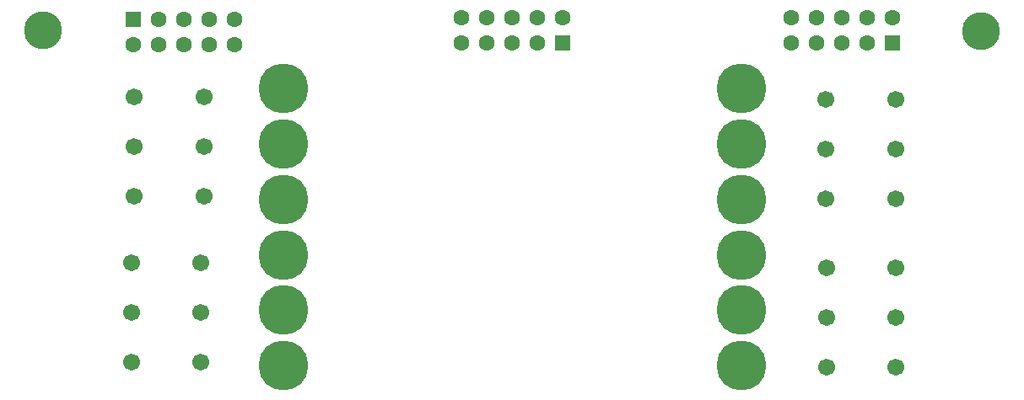
<source format=gbs>
%TF.GenerationSoftware,KiCad,Pcbnew,8.0.4*%
%TF.CreationDate,2025-01-10T16:53:37-05:00*%
%TF.ProjectId,X17-ESC-Adapter,5831372d-4553-4432-9d41-646170746572,rev?*%
%TF.SameCoordinates,Original*%
%TF.FileFunction,Soldermask,Bot*%
%TF.FilePolarity,Negative*%
%FSLAX46Y46*%
G04 Gerber Fmt 4.6, Leading zero omitted, Abs format (unit mm)*
G04 Created by KiCad (PCBNEW 8.0.4) date 2025-01-10 16:53:37*
%MOMM*%
%LPD*%
G01*
G04 APERTURE LIST*
G04 Aperture macros list*
%AMRoundRect*
0 Rectangle with rounded corners*
0 $1 Rounding radius*
0 $2 $3 $4 $5 $6 $7 $8 $9 X,Y pos of 4 corners*
0 Add a 4 corners polygon primitive as box body*
4,1,4,$2,$3,$4,$5,$6,$7,$8,$9,$2,$3,0*
0 Add four circle primitives for the rounded corners*
1,1,$1+$1,$2,$3*
1,1,$1+$1,$4,$5*
1,1,$1+$1,$6,$7*
1,1,$1+$1,$8,$9*
0 Add four rect primitives between the rounded corners*
20,1,$1+$1,$2,$3,$4,$5,0*
20,1,$1+$1,$4,$5,$6,$7,0*
20,1,$1+$1,$6,$7,$8,$9,0*
20,1,$1+$1,$8,$9,$2,$3,0*%
G04 Aperture macros list end*
%ADD10C,3.810000*%
%ADD11C,1.701800*%
%ADD12C,1.594000*%
%ADD13RoundRect,0.102000X-0.695000X-0.695000X0.695000X-0.695000X0.695000X0.695000X-0.695000X0.695000X0*%
%ADD14RoundRect,0.102000X0.695000X0.695000X-0.695000X0.695000X-0.695000X-0.695000X0.695000X-0.695000X0*%
%ADD15C,5.004000*%
G04 APERTURE END LIST*
D10*
%TO.C,H1*%
X110890000Y-80460000D03*
%TD*%
%TO.C,H1*%
X205000000Y-80550000D03*
%TD*%
D11*
%TO.C,ESC2*%
X119710000Y-113870000D03*
X126710001Y-113870000D03*
X119710000Y-108870000D03*
X126710001Y-108870000D03*
X119710000Y-103870000D03*
X126710001Y-103870000D03*
%TD*%
%TO.C,ESC1*%
X120010000Y-97180000D03*
X127010001Y-97180000D03*
X120010000Y-92180000D03*
X127010001Y-92180000D03*
X120010000Y-87180000D03*
X127010001Y-87180000D03*
%TD*%
D12*
%TO.C,J2*%
X152890000Y-79200000D03*
X152890000Y-81740000D03*
X155430000Y-79200000D03*
X155430000Y-81740000D03*
X157970000Y-79200000D03*
X157970000Y-81740000D03*
X160510000Y-79200000D03*
X160510000Y-81740000D03*
X163050000Y-79200000D03*
D13*
X163050000Y-81740000D03*
D14*
X119890000Y-79425000D03*
D12*
X119890000Y-81965000D03*
X122430000Y-79425000D03*
X122430000Y-81965000D03*
X124970000Y-79425000D03*
X124970000Y-81965000D03*
X127510000Y-79425000D03*
X127510000Y-81965000D03*
X130050000Y-79425000D03*
X130050000Y-81965000D03*
X193550000Y-79175000D03*
X196090000Y-79175000D03*
D13*
X196090000Y-81715000D03*
D12*
X193550000Y-81715000D03*
X191010000Y-79175000D03*
X191010000Y-81715000D03*
X188470000Y-79175000D03*
X188470000Y-81715000D03*
X185930000Y-79175000D03*
X185930000Y-81715000D03*
%TD*%
D15*
%TO.C,ESC5*%
X134975000Y-86355000D03*
X134975000Y-91925000D03*
X134975000Y-97495000D03*
X134975000Y-103055000D03*
X134975000Y-108625000D03*
X134975000Y-114195000D03*
X180975000Y-114195000D03*
X180975000Y-108625000D03*
X180975000Y-103055000D03*
X180975000Y-97495000D03*
X180975000Y-91925000D03*
X180975000Y-86355000D03*
%TD*%
D11*
%TO.C,ESC4*%
X196480001Y-104360000D03*
X189480000Y-104360000D03*
X196480001Y-109360000D03*
X189480000Y-109360000D03*
X196480001Y-114360000D03*
X189480000Y-114360000D03*
%TD*%
%TO.C,ESC3*%
X196440000Y-87450000D03*
X189439999Y-87450000D03*
X196440000Y-92450000D03*
X189439999Y-92450000D03*
X196440000Y-97450000D03*
X189439999Y-97450000D03*
%TD*%
M02*

</source>
